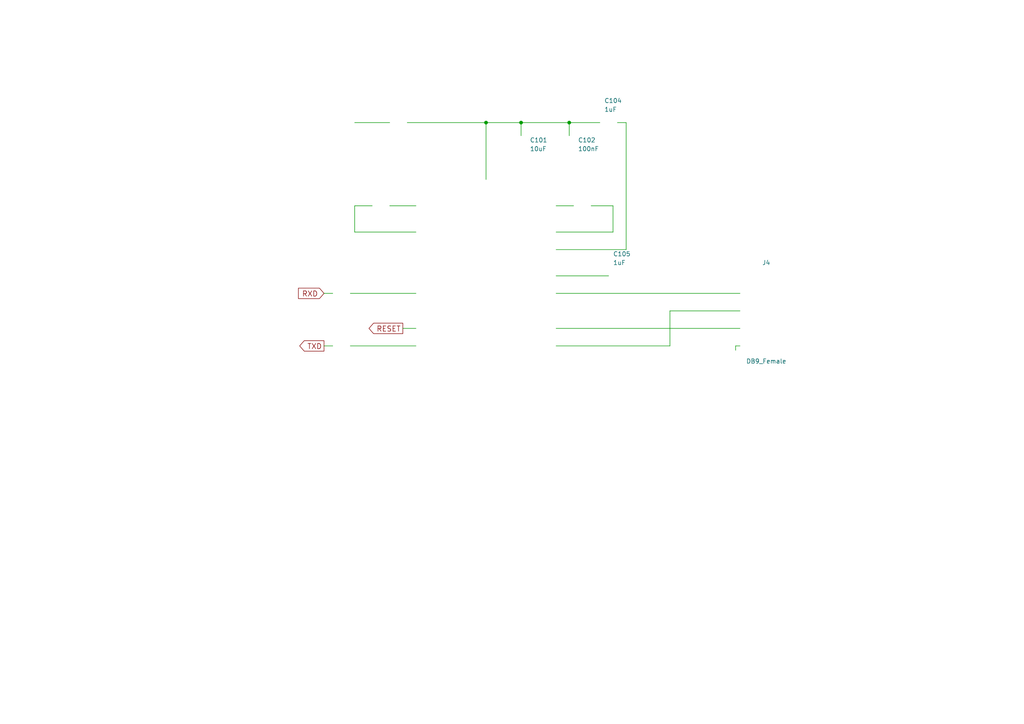
<source format=kicad_sch>
(kicad_sch
	(version 20231120)
	(generator "eeschema")
	(generator_version "8.0")
	(uuid "2413187e-6415-4bd6-bbbe-8cb85b50c090")
	(paper "A4")
	(lib_symbols)
	(junction
		(at 151.13 35.56)
		(diameter 0)
		(color 0 0 0 0)
		(uuid "4ab6562f-948d-4e1b-a5f1-59be8c4fdae3")
	)
	(junction
		(at 165.1 35.56)
		(diameter 0)
		(color 0 0 0 0)
		(uuid "d8bd230d-e15a-4b79-b751-7d34e37c1a7f")
	)
	(junction
		(at 140.97 35.56)
		(diameter 0)
		(color 0 0 0 0)
		(uuid "e636f3e0-9815-4888-b804-59e27e52ce04")
	)
	(wire
		(pts
			(xy 118.11 35.56) (xy 140.97 35.56)
		)
		(stroke
			(width 0)
			(type default)
		)
		(uuid "04ab716e-f273-4bf4-80a1-76565c01e542")
	)
	(wire
		(pts
			(xy 120.65 95.25) (xy 116.84 95.25)
		)
		(stroke
			(width 0)
			(type default)
		)
		(uuid "052324ce-743c-469a-b05f-b1c93404c472")
	)
	(wire
		(pts
			(xy 194.31 90.17) (xy 214.63 90.17)
		)
		(stroke
			(width 0)
			(type default)
		)
		(uuid "0a0dc4bd-3456-4697-8d81-4ecf1c53e100")
	)
	(wire
		(pts
			(xy 102.87 59.69) (xy 102.87 67.31)
		)
		(stroke
			(width 0)
			(type default)
		)
		(uuid "0ca98307-8b94-4f24-861f-33bdf96f7a2a")
	)
	(wire
		(pts
			(xy 165.1 35.56) (xy 165.1 39.37)
		)
		(stroke
			(width 0)
			(type default)
		)
		(uuid "1c20a481-29a7-4668-9765-b0843f15d967")
	)
	(wire
		(pts
			(xy 140.97 35.56) (xy 151.13 35.56)
		)
		(stroke
			(width 0)
			(type default)
		)
		(uuid "2b1d240d-9c25-4009-a234-54bfca5feb01")
	)
	(wire
		(pts
			(xy 177.8 67.31) (xy 177.8 59.69)
		)
		(stroke
			(width 0)
			(type default)
		)
		(uuid "34ff7e6d-5f46-48f9-aa9f-222dd81d7da9")
	)
	(wire
		(pts
			(xy 102.87 67.31) (xy 120.65 67.31)
		)
		(stroke
			(width 0)
			(type default)
		)
		(uuid "425df0e7-7880-4e94-8e74-f2d18bfd32c6")
	)
	(wire
		(pts
			(xy 166.37 59.69) (xy 161.29 59.69)
		)
		(stroke
			(width 0)
			(type default)
		)
		(uuid "5bd04d48-b91a-4ca5-bcb8-89c8879c2d2e")
	)
	(wire
		(pts
			(xy 161.29 80.01) (xy 176.53 80.01)
		)
		(stroke
			(width 0)
			(type default)
		)
		(uuid "69b4cfb0-7e01-432a-aad0-7bd8e54f3aab")
	)
	(wire
		(pts
			(xy 151.13 35.56) (xy 165.1 35.56)
		)
		(stroke
			(width 0)
			(type default)
		)
		(uuid "6a6795dc-382d-44ec-87c3-ca2fc9335b35")
	)
	(wire
		(pts
			(xy 101.6 100.33) (xy 120.65 100.33)
		)
		(stroke
			(width 0)
			(type default)
		)
		(uuid "6b3ab923-672f-4339-96ac-678efba958bd")
	)
	(wire
		(pts
			(xy 213.36 101.6) (xy 213.36 100.33)
		)
		(stroke
			(width 0)
			(type default)
		)
		(uuid "6ca9ea2a-07fa-474c-bd70-efb8764cc2af")
	)
	(wire
		(pts
			(xy 120.65 85.09) (xy 101.6 85.09)
		)
		(stroke
			(width 0)
			(type default)
		)
		(uuid "7b0ee9e3-dfdb-4c5a-9fe7-ccadee098c14")
	)
	(wire
		(pts
			(xy 161.29 72.39) (xy 181.61 72.39)
		)
		(stroke
			(width 0)
			(type default)
		)
		(uuid "7c44db50-a0f2-406b-930b-6409a65cf1c2")
	)
	(wire
		(pts
			(xy 96.52 85.09) (xy 93.98 85.09)
		)
		(stroke
			(width 0)
			(type default)
		)
		(uuid "8af557d3-1de2-4940-94b0-4888f5ff4fa0")
	)
	(wire
		(pts
			(xy 181.61 72.39) (xy 181.61 35.56)
		)
		(stroke
			(width 0)
			(type default)
		)
		(uuid "8c0190b8-e3e1-4d2f-9224-9d1dda66936c")
	)
	(wire
		(pts
			(xy 151.13 35.56) (xy 151.13 39.37)
		)
		(stroke
			(width 0)
			(type default)
		)
		(uuid "942f56ae-2b1c-4a0a-8b68-ff36899ddb9a")
	)
	(wire
		(pts
			(xy 165.1 35.56) (xy 173.99 35.56)
		)
		(stroke
			(width 0)
			(type default)
		)
		(uuid "a24745a7-86f4-4c58-a62e-67bc4148ce0b")
	)
	(wire
		(pts
			(xy 194.31 100.33) (xy 194.31 90.17)
		)
		(stroke
			(width 0)
			(type default)
		)
		(uuid "a4e05495-e521-4706-8813-00ff38ec2401")
	)
	(wire
		(pts
			(xy 113.03 59.69) (xy 120.65 59.69)
		)
		(stroke
			(width 0)
			(type default)
		)
		(uuid "aa2db824-de0a-4ec2-a28a-116dd5ef69f4")
	)
	(wire
		(pts
			(xy 161.29 95.25) (xy 214.63 95.25)
		)
		(stroke
			(width 0)
			(type default)
		)
		(uuid "b8e8a8ae-1fab-47e3-9407-6af2e8513620")
	)
	(wire
		(pts
			(xy 102.87 35.56) (xy 113.03 35.56)
		)
		(stroke
			(width 0)
			(type default)
		)
		(uuid "bf6cc137-9d45-4a41-bd3e-6491512f8851")
	)
	(wire
		(pts
			(xy 161.29 85.09) (xy 214.63 85.09)
		)
		(stroke
			(width 0)
			(type default)
		)
		(uuid "c3397822-04d2-4019-93cd-ed7901c0ff6a")
	)
	(wire
		(pts
			(xy 140.97 52.07) (xy 140.97 35.56)
		)
		(stroke
			(width 0)
			(type default)
		)
		(uuid "c634cd3e-5fc3-4b78-8a48-1f35c32df2b9")
	)
	(wire
		(pts
			(xy 96.52 100.33) (xy 93.98 100.33)
		)
		(stroke
			(width 0)
			(type default)
		)
		(uuid "d4010544-f68c-4457-8f43-a1ce3d46a7d7")
	)
	(wire
		(pts
			(xy 181.61 35.56) (xy 179.07 35.56)
		)
		(stroke
			(width 0)
			(type default)
		)
		(uuid "ddc4457e-bf36-4d65-8d21-1c9f265ff498")
	)
	(wire
		(pts
			(xy 107.95 59.69) (xy 102.87 59.69)
		)
		(stroke
			(width 0)
			(type default)
		)
		(uuid "e7e41913-68c4-4ddb-a8f6-290bb76a1c13")
	)
	(wire
		(pts
			(xy 177.8 59.69) (xy 171.45 59.69)
		)
		(stroke
			(width 0)
			(type default)
		)
		(uuid "ece37c06-6dab-43ba-ad32-17ca8eb9fae4")
	)
	(wire
		(pts
			(xy 213.36 100.33) (xy 214.63 100.33)
		)
		(stroke
			(width 0)
			(type default)
		)
		(uuid "f1710a1b-6499-4823-874d-5a94e197b566")
	)
	(wire
		(pts
			(xy 161.29 67.31) (xy 177.8 67.31)
		)
		(stroke
			(width 0)
			(type default)
		)
		(uuid "f936305b-42cb-46d1-8405-2795b5a556b1")
	)
	(wire
		(pts
			(xy 161.29 100.33) (xy 194.31 100.33)
		)
		(stroke
			(width 0)
			(type default)
		)
		(uuid "fc67c8df-36ca-48d0-8238-23643373636a")
	)
	(global_label "RXD"
		(shape input)
		(at 93.98 85.09 180)
		(effects
			(font
				(size 1.524 1.524)
			)
			(justify right)
		)
		(uuid "499e9b55-6a81-43c1-8ea4-aa51cae3fe66")
		(property "Intersheetrefs" "${INTERSHEET_REFS}"
			(at 93.98 85.09 0)
			(effects
				(font
					(size 1.27 1.27)
				)
				(hide yes)
			)
		)
	)
	(global_label "TXD"
		(shape output)
		(at 93.98 100.33 180)
		(effects
			(font
				(size 1.524 1.524)
			)
			(justify right)
		)
		(uuid "fea4298a-5ed1-4797-8ac7-67906af32b31")
		(property "Intersheetrefs" "${INTERSHEET_REFS}"
			(at 93.98 100.33 0)
			(effects
				(font
					(size 1.27 1.27)
				)
				(hide yes)
			)
		)
	)
	(global_label "RESET"
		(shape output)
		(at 116.84 95.25 180)
		(effects
			(font
				(size 1.524 1.524)
			)
			(justify right)
		)
		(uuid "feb6ce39-55c0-406d-bc80-c5e6af3291a7")
		(property "Intersheetrefs" "${INTERSHEET_REFS}"
			(at 116.84 95.25 0)
			(effects
				(font
					(size 1.27 1.27)
				)
				(hide yes)
			)
		)
	)
	(symbol
		(lib_id "MAX232")
		(at 140.97 82.55 0)
		(unit 1)
		(exclude_from_sim no)
		(in_bom yes)
		(on_board yes)
		(dnp no)
		(uuid "00000000-0000-0000-0000-0000629e5cb0")
		(property "Reference" "U10"
			(at 130.81 52.07 0)
			(effects
				(font
					(size 1.27 1.27)
				)
				(justify right)
			)
		)
		(property "Value" "MAX232"
			(at 134.62 54.61 0)
			(effects
				(font
					(size 1.27 1.27)
				)
				(justify right)
			)
		)
		(property "Footprint" ""
			(at 142.24 109.22 0)
			(effects
				(font
					(size 1.27 1.27)
				)
				(justify left)
				(hide yes)
			)
		)
		(property "Datasheet" ""
			(at 140.97 80.01 0)
			(effects
				(font
					(size 1.27 1.27)
				)
				(hide yes)
			)
		)
		(property "Description" ""
			(at 140.97 82.55 0)
			(effects
				(font
					(size 1.27 1.27)
				)
				(hide yes)
			)
		)
		(property "JLCPCB" "C26860"
			(at 140.97 82.55 0)
			(effects
				(font
					(size 1.524 1.524)
				)
				(hide yes)
			)
		)
		(instances
			(project "pure"
				(path "/74d736cc-15c3-4dc5-ae3c-dc08a689d728/00000000-0000-0000-0000-0000629e5c8c"
					(reference "U10")
					(unit 1)
				)
			)
		)
	)
	(symbol
		(lib_id "DB9_Female")
		(at 222.25 90.17 0)
		(unit 1)
		(exclude_from_sim no)
		(in_bom yes)
		(on_board yes)
		(dnp no)
		(uuid "00000000-0000-0000-0000-0000629e5cf3")
		(property "Reference" "J4"
			(at 222.25 76.2 0)
			(effects
				(font
					(size 1.27 1.27)
				)
			)
		)
		(property "Value" "DB9_Female"
			(at 222.25 104.775 0)
			(effects
				(font
					(size 1.27 1.27)
				)
			)
		)
		(property "Footprint" ""
			(at 222.25 90.17 0)
			(effects
				(font
					(size 1.27 1.27)
				)
				(hide yes)
			)
		)
		(property "Datasheet" ""
			(at 222.25 90.17 0)
			(effects
				(font
					(size 1.27 1.27)
				)
				(hide yes)
			)
		)
		(property "Description" ""
			(at 222.25 90.17 0)
			(effects
				(font
					(size 1.27 1.27)
				)
				(hide yes)
			)
		)
		(instances
			(project "pure"
				(path "/74d736cc-15c3-4dc5-ae3c-dc08a689d728/00000000-0000-0000-0000-0000629e5c8c"
					(reference "J4")
					(unit 1)
				)
			)
		)
	)
	(symbol
		(lib_id "GND")
		(at 140.97 113.03 0)
		(unit 1)
		(exclude_from_sim no)
		(in_bom yes)
		(on_board yes)
		(dnp no)
		(uuid "00000000-0000-0000-0000-0000629e5d63")
		(property "Reference" "#PWR080"
			(at 140.97 119.38 0)
			(effects
				(font
					(size 1.27 1.27)
				)
				(hide yes)
			)
		)
		(property "Value" "GND"
			(at 140.97 116.84 0)
			(effects
				(font
					(size 1.27 1.27)
				)
				(hide yes)
			)
		)
		(property "Footprint" ""
			(at 140.97 113.03 0)
			(effects
				(font
					(size 1.27 1.27)
				)
				(hide yes)
			)
		)
		(property "Datasheet" ""
			(at 140.97 113.03 0)
			(effects
				(font
					(size 1.27 1.27)
				)
				(hide yes)
			)
		)
		(property "Description" ""
			(at 140.97 113.03 0)
			(effects
				(font
					(size 1.27 1.27)
				)
				(hide yes)
			)
		)
		(instances
			(project "pure"
				(path "/74d736cc-15c3-4dc5-ae3c-dc08a689d728/00000000-0000-0000-0000-0000629e5c8c"
					(reference "#PWR080")
					(unit 1)
				)
			)
		)
	)
	(symbol
		(lib_id "GND")
		(at 213.36 101.6 0)
		(unit 1)
		(exclude_from_sim no)
		(in_bom yes)
		(on_board yes)
		(dnp no)
		(uuid "00000000-0000-0000-0000-0000629eb99e")
		(property "Reference" "#PWR081"
			(at 213.36 107.95 0)
			(effects
				(font
					(size 1.27 1.27)
				)
				(hide yes)
			)
		)
		(property "Value" "GND"
			(at 213.36 105.41 0)
			(effects
				(font
					(size 1.27 1.27)
				)
				(hide yes)
			)
		)
		(property "Footprint" ""
			(at 213.36 101.6 0)
			(effects
				(font
					(size 1.27 1.27)
				)
				(hide yes)
			)
		)
		(property "Datasheet" ""
			(at 213.36 101.6 0)
			(effects
				(font
					(size 1.27 1.27)
				)
				(hide yes)
			)
		)
		(property "Description" ""
			(at 213.36 101.6 0)
			(effects
				(font
					(size 1.27 1.27)
				)
				(hide yes)
			)
		)
		(instances
			(project "pure"
				(path "/74d736cc-15c3-4dc5-ae3c-dc08a689d728/00000000-0000-0000-0000-0000629e5c8c"
					(reference "#PWR081")
					(unit 1)
				)
			)
		)
	)
	(symbol
		(lib_id "CP_Small")
		(at 110.49 59.69 270)
		(unit 1)
		(exclude_from_sim no)
		(in_bom yes)
		(on_board yes)
		(dnp no)
		(uuid "00000000-0000-0000-0000-0000629eced6")
		(property "Reference" "C100"
			(at 106.68 53.34 90)
			(effects
				(font
					(size 1.27 1.27)
				)
				(justify left)
			)
		)
		(property "Value" "1uF"
			(at 106.68 55.88 90)
			(effects
				(font
					(size 1.27 1.27)
				)
				(justify left)
			)
		)
		(property "Footprint" ""
			(at 110.49 59.69 0)
			(effects
				(font
					(size 1.27 1.27)
				)
				(hide yes)
			)
		)
		(property "Datasheet" ""
			(at 110.49 59.69 0)
			(effects
				(font
					(size 1.27 1.27)
				)
				(hide yes)
			)
		)
		(property "Description" ""
			(at 110.49 59.69 0)
			(effects
				(font
					(size 1.27 1.27)
				)
				(hide yes)
			)
		)
		(instances
			(project "pure"
				(path "/74d736cc-15c3-4dc5-ae3c-dc08a689d728/00000000-0000-0000-0000-0000629e5c8c"
					(reference "C100")
					(unit 1)
				)
			)
		)
	)
	(symbol
		(lib_id "CP_Small")
		(at 168.91 59.69 90)
		(unit 1)
		(exclude_from_sim no)
		(in_bom yes)
		(on_board yes)
		(dnp no)
		(uuid "00000000-0000-0000-0000-0000629ecf68")
		(property "Reference" "C103"
			(at 170.18 53.34 90)
			(effects
				(font
					(size 1.27 1.27)
				)
				(justify left)
			)
		)
		(property "Value" "1uF"
			(at 171.45 55.88 90)
			(effects
				(font
					(size 1.27 1.27)
				)
				(justify left)
			)
		)
		(property "Footprint" ""
			(at 168.91 59.69 0)
			(effects
				(font
					(size 1.27 1.27)
				)
				(hide yes)
			)
		)
		(property "Datasheet" ""
			(at 168.91 59.69 0)
			(effects
				(font
					(size 1.27 1.27)
				)
				(hide yes)
			)
		)
		(property "Description" ""
			(at 168.91 59.69 0)
			(effects
				(font
					(size 1.27 1.27)
				)
				(hide yes)
			)
		)
		(instances
			(project "pure"
				(path "/74d736cc-15c3-4dc5-ae3c-dc08a689d728/00000000-0000-0000-0000-0000629e5c8c"
					(reference "C103")
					(unit 1)
				)
			)
		)
	)
	(symbol
		(lib_id "CP_Small")
		(at 179.07 80.01 270)
		(unit 1)
		(exclude_from_sim no)
		(in_bom yes)
		(on_board yes)
		(dnp no)
		(uuid "00000000-0000-0000-0000-0000629ecfc0")
		(property "Reference" "C105"
			(at 177.8 73.66 90)
			(effects
				(font
					(size 1.27 1.27)
				)
				(justify left)
			)
		)
		(property "Value" "1uF"
			(at 177.8 76.2 90)
			(effects
				(font
					(size 1.27 1.27)
				)
				(justify left)
			)
		)
		(property "Footprint" ""
			(at 179.07 80.01 0)
			(effects
				(font
					(size 1.27 1.27)
				)
				(hide yes)
			)
		)
		(property "Datasheet" ""
			(at 179.07 80.01 0)
			(effects
				(font
					(size 1.27 1.27)
				)
				(hide yes)
			)
		)
		(property "Description" ""
			(at 179.07 80.01 0)
			(effects
				(font
					(size 1.27 1.27)
				)
				(hide yes)
			)
		)
		(instances
			(project "pure"
				(path "/74d736cc-15c3-4dc5-ae3c-dc08a689d728/00000000-0000-0000-0000-0000629e5c8c"
					(reference "C105")
					(unit 1)
				)
			)
		)
	)
	(symbol
		(lib_id "CP_Small")
		(at 176.53 35.56 270)
		(unit 1)
		(exclude_from_sim no)
		(in_bom yes)
		(on_board yes)
		(dnp no)
		(uuid "00000000-0000-0000-0000-0000629ecffb")
		(property "Reference" "C104"
			(at 175.26 29.21 90)
			(effects
				(font
					(size 1.27 1.27)
				)
				(justify left)
			)
		)
		(property "Value" "1uF"
			(at 175.26 31.75 90)
			(effects
				(font
					(size 1.27 1.27)
				)
				(justify left)
			)
		)
		(property "Footprint" ""
			(at 176.53 35.56 0)
			(effects
				(font
					(size 1.27 1.27)
				)
				(hide yes)
			)
		)
		(property "Datasheet" ""
			(at 176.53 35.56 0)
			(effects
				(font
					(size 1.27 1.27)
				)
				(hide yes)
			)
		)
		(property "Description" ""
			(at 176.53 35.56 0)
			(effects
				(font
					(size 1.27 1.27)
				)
				(hide yes)
			)
		)
		(instances
			(project "pure"
				(path "/74d736cc-15c3-4dc5-ae3c-dc08a689d728/00000000-0000-0000-0000-0000629e5c8c"
					(reference "C104")
					(unit 1)
				)
			)
		)
	)
	(symbol
		(lib_id "CP_Small")
		(at 151.13 41.91 0)
		(unit 1)
		(exclude_from_sim no)
		(in_bom yes)
		(on_board yes)
		(dnp no)
		(uuid "00000000-0000-0000-0000-0000629ed070")
		(property "Reference" "C101"
			(at 153.67 40.64 0)
			(effects
				(font
					(size 1.27 1.27)
				)
				(justify left)
			)
		)
		(property "Value" "10uF"
			(at 153.67 43.18 0)
			(effects
				(font
					(size 1.27 1.27)
				)
				(justify left)
			)
		)
		(property "Footprint" ""
			(at 151.13 41.91 0)
			(effects
				(font
					(size 1.27 1.27)
				)
				(hide yes)
			)
		)
		(property "Datasheet" ""
			(at 151.13 41.91 0)
			(effects
				(font
					(size 1.27 1.27)
				)
				(hide yes)
			)
		)
		(property "Description" ""
			(at 151.13 41.91 0)
			(effects
				(font
					(size 1.27 1.27)
				)
				(hide yes)
			)
		)
		(instances
			(project "pure"
				(path "/74d736cc-15c3-4dc5-ae3c-dc08a689d728/00000000-0000-0000-0000-0000629e5c8c"
					(reference "C101")
					(unit 1)
				)
			)
		)
	)
	(symbol
		(lib_id "L_Small")
		(at 115.57 35.56 90)
		(unit 1)
		(exclude_from_sim no)
		(in_bom yes)
		(on_board yes)
		(dnp no)
		(uuid "00000000-0000-0000-0000-0000629ed155")
		(property "Reference" "L29"
			(at 115.57 30.48 90)
			(effects
				(font
					(size 1.27 1.27)
				)
				(justify left)
			)
		)
		(property "Value" "100uH"
			(at 119.38 33.02 90)
			(effects
				(font
					(size 1.27 1.27)
				)
				(justify left)
			)
		)
		(property "Footprint" ""
			(at 115.57 35.56 0)
			(effects
				(font
					(size 1.27 1.27)
				)
				(hide yes)
			)
		)
		(property "Datasheet" ""
			(at 115.57 35.56 0)
			(effects
				(font
					(size 1.27 1.27)
				)
				(hide yes)
			)
		)
		(property "Description" ""
			(at 115.57 35.56 0)
			(effects
				(font
					(size 1.27 1.27)
				)
				(hide yes)
			)
		)
		(instances
			(project "pure"
				(path "/74d736cc-15c3-4dc5-ae3c-dc08a689d728/00000000-0000-0000-0000-0000629e5c8c"
					(reference "L29")
					(unit 1)
				)
			)
		)
	)
	(symbol
		(lib_id "+5V")
		(at 102.87 35.56 90)
		(unit 1)
		(exclude_from_sim no)
		(in_bom yes)
		(on_board yes)
		(dnp no)
		(uuid "00000000-0000-0000-0000-0000629ed252")
		(property "Reference" "#PWR082"
			(at 106.68 35.56 0)
			(effects
				(font
					(size 1.27 1.27)
				)
				(hide yes)
			)
		)
		(property "Value" "+5V"
			(at 97.79 35.56 90)
			(effects
				(font
					(size 1.27 1.27)
				)
			)
		)
		(property "Footprint" ""
			(at 102.87 35.56 0)
			(effects
				(font
					(size 1.27 1.27)
				)
				(hide yes)
			)
		)
		(property "Datasheet" ""
			(at 102.87 35.56 0)
			(effects
				(font
					(size 1.27 1.27)
				)
				(hide yes)
			)
		)
		(property "Description" ""
			(at 102.87 35.56 0)
			(effects
				(font
					(size 1.27 1.27)
				)
				(hide yes)
			)
		)
		(instances
			(project "pure"
				(path "/74d736cc-15c3-4dc5-ae3c-dc08a689d728/00000000-0000-0000-0000-0000629e5c8c"
					(reference "#PWR082")
					(unit 1)
				)
			)
		)
	)
	(symbol
		(lib_id "C_Small")
		(at 165.1 41.91 0)
		(unit 1)
		(exclude_from_sim no)
		(in_bom yes)
		(on_board yes)
		(dnp no)
		(uuid "00000000-0000-0000-0000-0000629ed2a6")
		(property "Reference" "C102"
			(at 167.64 40.64 0)
			(effects
				(font
					(size 1.27 1.27)
				)
				(justify left)
			)
		)
		(property "Value" "100nF"
			(at 167.64 43.18 0)
			(effects
				(font
					(size 1.27 1.27)
				)
				(justify left)
			)
		)
		(property "Footprint" ""
			(at 165.1 41.91 0)
			(effects
				(font
					(size 1.27 1.27)
				)
				(hide yes)
			)
		)
		(property "Datasheet" ""
			(at 165.1 41.91 0)
			(effects
				(font
					(size 1.27 1.27)
				)
				(hide yes)
			)
		)
		(property "Description" ""
			(at 165.1 41.91 0)
			(effects
				(font
					(size 1.27 1.27)
				)
				(hide yes)
			)
		)
		(property "JLCPCB" "C14663"
			(at 165.1 41.91 0)
			(effects
				(font
					(size 1.524 1.524)
				)
				(hide yes)
			)
		)
		(instances
			(project "pure"
				(path "/74d736cc-15c3-4dc5-ae3c-dc08a689d728/00000000-0000-0000-0000-0000629e5c8c"
					(reference "C102")
					(unit 1)
				)
			)
		)
	)
	(symbol
		(lib_id "GND")
		(at 151.13 44.45 0)
		(unit 1)
		(exclude_from_sim no)
		(in_bom yes)
		(on_board yes)
		(dnp no)
		(uuid "00000000-0000-0000-0000-0000629ed315")
		(property "Reference" "#PWR083"
			(at 151.13 50.8 0)
			(effects
				(font
					(size 1.27 1.27)
				)
				(hide yes)
			)
		)
		(property "Value" "GND"
			(at 151.13 48.26 0)
			(effects
				(font
					(size 1.27 1.27)
				)
				(hide yes)
			)
		)
		(property "Footprint" ""
			(at 151.13 44.45 0)
			(effects
				(font
					(size 1.27 1.27)
				)
				(hide yes)
			)
		)
		(property "Datasheet" ""
			(at 151.13 44.45 0)
			(effects
				(font
					(size 1.27 1.27)
				)
				(hide yes)
			)
		)
		(property "Description" ""
			(at 151.13 44.45 0)
			(effects
				(font
					(size 1.27 1.27)
				)
				(hide yes)
			)
		)
		(instances
			(project "pure"
				(path "/74d736cc-15c3-4dc5-ae3c-dc08a689d728/00000000-0000-0000-0000-0000629e5c8c"
					(reference "#PWR083")
					(unit 1)
				)
			)
		)
	)
	(symbol
		(lib_id "GND")
		(at 165.1 44.45 0)
		(unit 1)
		(exclude_from_sim no)
		(in_bom yes)
		(on_board yes)
		(dnp no)
		(uuid "00000000-0000-0000-0000-0000629ed371")
		(property "Reference" "#PWR084"
			(at 165.1 50.8 0)
			(effects
				(font
					(size 1.27 1.27)
				)
				(hide yes)
			)
		)
		(property "Value" "GND"
			(at 165.1 48.26 0)
			(effects
				(font
					(size 1.27 1.27)
				)
				(hide yes)
			)
		)
		(property "Footprint" ""
			(at 165.1 44.45 0)
			(effects
				(font
					(size 1.27 1.27)
				)
				(hide yes)
			)
		)
		(property "Datasheet" ""
			(at 165.1 44.45 0)
			(effects
				(font
					(size 1.27 1.27)
				)
				(hide yes)
			)
		)
		(property "Description" ""
			(at 165.1 44.45 0)
			(effects
				(font
					(size 1.27 1.27)
				)
				(hide yes)
			)
		)
		(instances
			(project "pure"
				(path "/74d736cc-15c3-4dc5-ae3c-dc08a689d728/00000000-0000-0000-0000-0000629e5c8c"
					(reference "#PWR084")
					(unit 1)
				)
			)
		)
	)
	(symbol
		(lib_id "GND")
		(at 181.61 80.01 90)
		(unit 1)
		(exclude_from_sim no)
		(in_bom yes)
		(on_board yes)
		(dnp no)
		(uuid "00000000-0000-0000-0000-0000629edf23")
		(property "Reference" "#PWR085"
			(at 187.96 80.01 0)
			(effects
				(font
					(size 1.27 1.27)
				)
				(hide yes)
			)
		)
		(property "Value" "GND"
			(at 185.42 80.01 0)
			(effects
				(font
					(size 1.27 1.27)
				)
				(hide yes)
			)
		)
		(property "Footprint" ""
			(at 181.61 80.01 0)
			(effects
				(font
					(size 1.27 1.27)
				)
				(hide yes)
			)
		)
		(property "Datasheet" ""
			(at 181.61 80.01 0)
			(effects
				(font
					(size 1.27 1.27)
				)
				(hide yes)
			)
		)
		(property "Description" ""
			(at 181.61 80.01 0)
			(effects
				(font
					(size 1.27 1.27)
				)
				(hide yes)
			)
		)
		(instances
			(project "pure"
				(path "/74d736cc-15c3-4dc5-ae3c-dc08a689d728/00000000-0000-0000-0000-0000629e5c8c"
					(reference "#PWR085")
					(unit 1)
				)
			)
		)
	)
	(symbol
		(lib_id "RJ45")
		(at 220.98 55.88 0)
		(unit 1)
		(exclude_from_sim no)
		(in_bom yes)
		(on_board yes)
		(dnp no)
		(uuid "00000000-0000-0000-0000-000064670244")
		(property "Reference" "J2"
			(at 226.06 43.18 0)
			(effects
				(font
					(size 1.27 1.27)
				)
			)
		)
		(property "Value" "RJ45"
			(at 217.17 43.18 0)
			(effects
				(font
					(size 1.27 1.27)
				)
			)
		)
		(property "Footprint" ""
			(at 220.98 55.88 0)
			(effects
				(font
					(size 1.27 1.27)
				)
				(hide yes)
			)
		)
		(property "Datasheet" ""
			(at 220.98 55.88 0)
			(effects
				(font
					(size 1.27 1.27)
				)
				(hide yes)
			)
		)
		(property "Description" ""
			(at 220.98 55.88 0)
			(effects
				(font
					(size 1.27 1.27)
				)
				(hide yes)
			)
		)
		(instances
			(project "pure"
				(path "/74d736cc-15c3-4dc5-ae3c-dc08a689d728/00000000-0000-0000-0000-0000629e5c8c"
					(reference "J2")
					(unit 1)
				)
			)
		)
	)
	(symbol
		(lib_id "R_Small")
		(at 99.06 100.33 90)
		(unit 1)
		(exclude_from_sim no)
		(in_bom yes)
		(on_board yes)
		(dnp no)
		(uuid "00000000-0000-0000-0000-0000646a9f49")
		(property "Reference" "R36"
			(at 99.06 95.25 90)
			(effects
				(font
					(size 1.27 1.27)
				)
				(justify left)
			)
		)
		(property "Value" "33"
			(at 99.06 97.79 90)
			(effects
				(font
					(size 1.27 1.27)
				)
				(justify left)
			)
		)
		(property "Footprint" "Resistors_SMD:R_0603_HandSoldering"
			(at 99.06 100.33 0)
			(effects
				(font
					(size 1.27 1.27)
				)
				(hide yes)
			)
		)
		(property "Datasheet" ""
			(at 99.06 100.33 0)
			(effects
				(font
					(size 1.27 1.27)
				)
				(hide yes)
			)
		)
		(property "Description" ""
			(at 99.06 100.33 0)
			(effects
				(font
					(size 1.27 1.27)
				)
				(hide yes)
			)
		)
		(instances
			(project "pure"
				(path "/74d736cc-15c3-4dc5-ae3c-dc08a689d728/00000000-0000-0000-0000-0000629e5c8c"
					(reference "R36")
					(unit 1)
				)
			)
		)
	)
	(symbol
		(lib_id "R_Small")
		(at 99.06 85.09 90)
		(unit 1)
		(exclude_from_sim no)
		(in_bom yes)
		(on_board yes)
		(dnp no)
		(uuid "00000000-0000-0000-0000-0000646aa239")
		(property "Reference" "R35"
			(at 99.06 80.01 90)
			(effects
				(font
					(size 1.27 1.27)
				)
				(justify left)
			)
		)
		(property "Value" "33"
			(at 99.06 82.55 90)
			(effects
				(font
					(size 1.27 1.27)
				)
				(justify left)
			)
		)
		(property "Footprint" "Resistors_SMD:R_0603_HandSoldering"
			(at 99.06 85.09 0)
			(effects
				(font
					(size 1.27 1.27)
				)
				(hide yes)
			)
		)
		(property "Datasheet" ""
			(at 99.06 85.09 0)
			(effects
				(font
					(size 1.27 1.27)
				)
				(hide yes)
			)
		)
		(property "Description" ""
			(at 99.06 85.09 0)
			(effects
				(font
					(size 1.27 1.27)
				)
				(hide yes)
			)
		)
		(instances
			(project "pure"
				(path "/74d736cc-15c3-4dc5-ae3c-dc08a689d728/00000000-0000-0000-0000-0000629e5c8c"
					(reference "R35")
					(unit 1)
				)
			)
		)
	)
)
</source>
